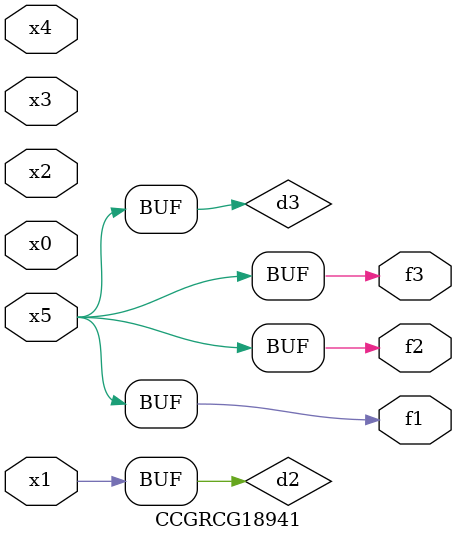
<source format=v>
module CCGRCG18941(
	input x0, x1, x2, x3, x4, x5,
	output f1, f2, f3
);

	wire d1, d2, d3;

	not (d1, x5);
	or (d2, x1);
	xnor (d3, d1);
	assign f1 = d3;
	assign f2 = d3;
	assign f3 = d3;
endmodule

</source>
